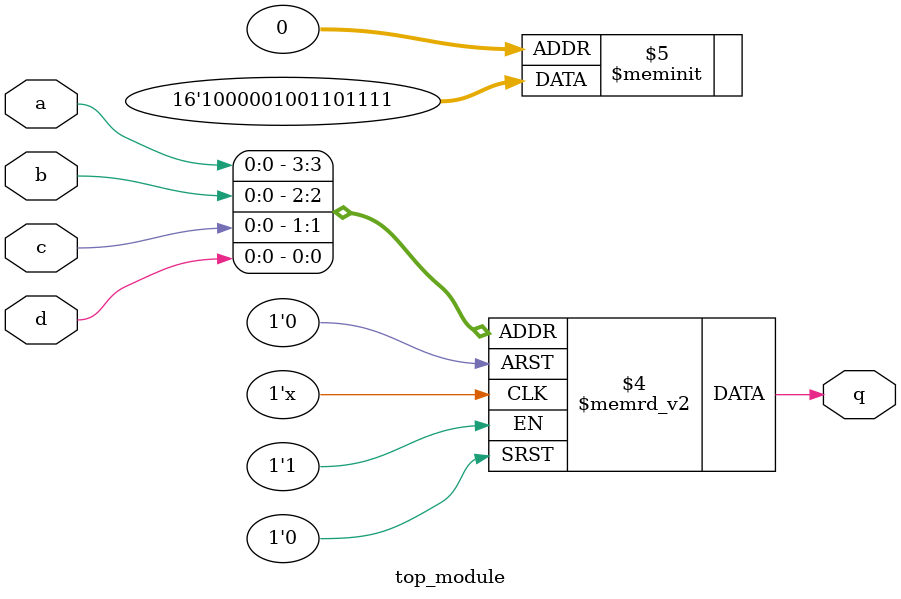
<source format=sv>
module top_module (
    input a, 
    input b, 
    input c, 
    input d,
    output reg q
);

always @* begin
    case ({a, b, c, d})
        4'b0000: q = 1;
        4'b0001: q = 1;
        4'b0010: q = 1;
        4'b0011: q = 1;
        4'b0100: q = 0;
        4'b0101: q = 1;
        4'b0110: q = 1;
        4'b0111: q = 0;
        4'b1000: q = 0;
        4'b1001: q = 1;
        4'b1010: q = 0;
        4'b1011: q = 0;
        4'b1100: q = 0;
        4'b1101: q = 0;
        4'b1110: q = 0;
        4'b1111: q = 1;
    endcase
end

endmodule

</source>
